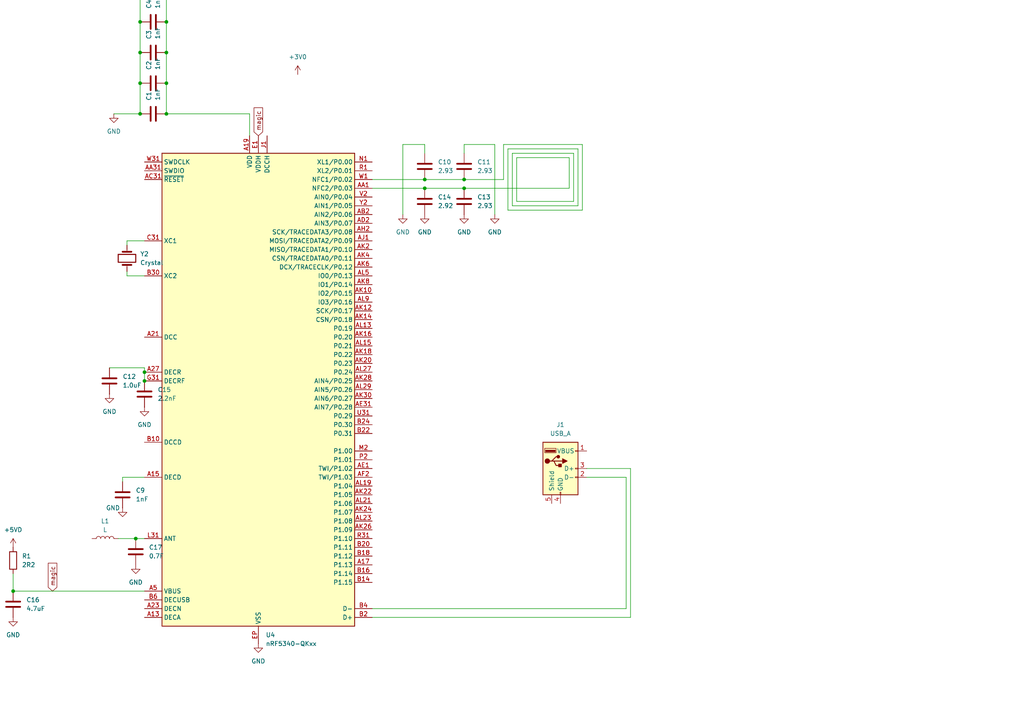
<source format=kicad_sch>
(kicad_sch (version 20250114) (generator "eeschema") (generator_version "9.0")
  (paper "A4")
  (lib_symbols
    (symbol "Connector:USB_A" (pin_names (offset 1.016))
      (property "Reference" "J" (at -5.08 11.43 0))
      (property "Value" "USB_A" (at -5.08 8.89 0))
      (symbol "USB_A_0_1"
        (rectangle (start -5.08 -7.62) (end 5.08 7.62) (stroke (width 0.254)) (fill (type background)))
        (circle (center -3.81 2.159) (radius 0.635) (stroke (width 0.254)) (fill (type outline)))
        (polyline (pts (xy -3.175 2.159) (xy -2.54 2.159) (xy -1.27 3.429) (xy -0.635 3.429)) (stroke (width 0.254)))
        (polyline (pts (xy -2.54 2.159) (xy -1.905 2.159) (xy -1.27 0.889) (xy 0 0.889)) (stroke (width 0.254)))
        (rectangle (start -1.524 4.826) (end -4.318 5.334) (fill (type outline)))
        (rectangle (start -1.27 4.572) (end -4.572 5.842))
        (circle (center -0.635 3.429) (radius 0.381) (stroke (width 0.254)) (fill (type outline)))
        (rectangle (start -0.127 -7.62) (end 0.127 -6.858))
        (rectangle (start 0.254 1.27) (end -0.508 0.508) (stroke (width 0.254)) (fill (type outline)))
        (polyline (pts (xy 0.635 2.794) (xy 0.635 1.524) (xy 1.905 2.159) (xy 0.635 2.794)) (stroke (width 0.254)) (fill (type outline)))
        (rectangle (start 5.08 4.953) (end 4.318 5.207))
        (rectangle (start 5.08 -0.127) (end 4.318 0.127))
        (rectangle (start 5.08 -2.667) (end 4.318 -2.413))
      )
      (symbol "USB_A_1_1"
        (polyline (pts (xy -1.905 2.159) (xy 0.635 2.159)) (stroke (width 0.254)))
        (pin passive line (at -2.54 -10.16 90) (length 2.54) (name "Shield") (number "5"))
        (pin power_in line (at 0 -10.16 90) (length 2.54) (name "GND") (number "4"))
        (pin power_in line (at 7.62 5.08 180) (length 2.54) (name "VBUS") (number "1"))
        (pin bidirectional line (at 7.62 0 180) (length 2.54) (name "D+") (number "3"))
        (pin bidirectional line (at 7.62 -2.54 180) (length 2.54) (name "D-") (number "2"))
      )
    )
    (symbol "Device:C" (pin_numbers (hide yes)) (pin_names (offset 0.254))
      (property "Reference" "C" (at 0.635 2.54 0))
      (property "Value" "C" (at 0.635 -2.54 0))
      (symbol "C_0_1"
        (polyline (pts (xy -2.032 0.762) (xy 2.032 0.762)) (stroke (width 0.508)))
        (polyline (pts (xy -2.032 -0.762) (xy 2.032 -0.762)) (stroke (width 0.508)))
      )
      (symbol "C_1_1"
        (pin passive line (at 0 3.81 270) (length 2.794) (name "~") (number "1"))
        (pin passive line (at 0 -3.81 90) (length 2.794) (name "~") (number "2"))
      )
    )
    (symbol "Device:Crystal" (pin_numbers (hide yes)) (pin_names (offset 1.016) (hide yes))
      (property "Reference" "Y" (at 0 3.81 0))
      (property "Value" "Crystal" (at 0 -3.81 0))
      (symbol "Crystal_0_1"
        (polyline (pts (xy -2.54 0) (xy -1.905 0)))
        (polyline (pts (xy -1.905 -1.27) (xy -1.905 1.27)) (stroke (width 0.508)))
        (rectangle (start -1.143 2.54) (end 1.143 -2.54) (stroke (width 0.3048)))
        (polyline (pts (xy 1.905 -1.27) (xy 1.905 1.27)) (stroke (width 0.508)))
        (polyline (pts (xy 2.54 0) (xy 1.905 0)))
      )
      (symbol "Crystal_1_1"
        (pin passive line (at -3.81 0 0) (length 1.27) (name "1") (number "1"))
        (pin passive line (at 3.81 0 180) (length 1.27) (name "2") (number "2"))
      )
    )
    (symbol "Device:L" (pin_numbers (hide yes)) (pin_names (offset 1.016) (hide yes))
      (property "Reference" "L" (at -1.27 0 90))
      (property "Value" "L" (at 1.905 0 90))
      (symbol "L_0_1"
        (arc (start 0 2.54) (mid 0.6323 1.905) (end 0 1.27))
        (arc (start 0 1.27) (mid 0.6323 0.635) (end 0 0))
        (arc (start 0 0) (mid 0.6323 -0.635) (end 0 -1.27))
        (arc (start 0 -1.27) (mid 0.6323 -1.905) (end 0 -2.54))
      )
      (symbol "L_1_1"
        (pin passive line (at 0 3.81 270) (length 1.27) (name "1") (number "1"))
        (pin passive line (at 0 -3.81 90) (length 1.27) (name "2") (number "2"))
      )
    )
    (symbol "Device:R" (pin_numbers (hide yes)) (pin_names (offset 0))
      (property "Reference" "R" (at 2.032 0 90))
      (property "Value" "R" (at 0 0 90))
      (symbol "R_0_1"
        (rectangle (start -1.016 -2.54) (end 1.016 2.54) (stroke (width 0.254)))
      )
      (symbol "R_1_1"
        (pin passive line (at 0 3.81 270) (length 1.27) (name "~") (number "1"))
        (pin passive line (at 0 -3.81 90) (length 1.27) (name "~") (number "2"))
      )
    )
    (symbol "MCU_Nordic:nRF5340-QKxx"
      (property "Reference" "U1" (at 2.0194 -72.39 0))
      (property "Value" "nRF5340-QKxx" (at 2.0194 -74.93 0))
      (symbol "nRF5340-QKxx_0_1"
        (rectangle (start -27.94 68.58) (end 27.94 -68.58) (stroke (width 0.254)) (fill (type background)))
      )
      (symbol "nRF5340-QKxx_1_1"
        (pin input line (at -33.02 66.04 0) (length 5.08) (name "SWDCLK") (number "W31"))
        (pin bidirectional line (at -33.02 63.5 0) (length 5.08) (name "SWDIO") (number "AA31"))
        (pin input line (at -33.02 60.96 0) (length 5.08) (name "~{RESET}") (number "AC31"))
        (pin input line (at -33.02 43.18 0) (length 5.08) (name "XC1") (number "C31"))
        (pin input line (at -33.02 33.02 0) (length 5.08) (name "XC2") (number "B30"))
        (pin power_out line (at -33.02 15.24 0) (length 5.08) (name "DCC") (number "A21"))
        (pin passive line (at -33.02 5.08 0) (length 5.08) (name "DECR") (number "A27"))
        (pin passive line (at -33.02 2.54 0) (length 5.08) (name "DECRF") (number "G31"))
        (pin power_out line (at -33.02 -15.24 0) (length 5.08) (name "DCCD") (number "B10"))
        (pin passive line (at -33.02 -25.4 0) (length 5.08) (name "DECD") (number "A15"))
        (pin passive line (at -33.02 -43.18 0) (length 5.08) (name "ANT") (number "L31"))
        (pin power_in line (at -33.02 -58.42 0) (length 5.08) (name "VBUS") (number "A5"))
        (pin passive line (at -33.02 -60.96 0) (length 5.08) (name "DECUSB") (number "B6"))
        (pin passive line (at -33.02 -63.5 0) (length 5.08) (name "DECN") (number "A23"))
        (pin passive line (at -33.02 -66.04 0) (length 5.08) (name "DECA") (number "A13"))
        (pin no_connect line (at -27.94 58.42 0) (length 5.08) (hide yes) (name "NC") (number "A25"))
        (pin no_connect line (at -27.94 55.88 0) (length 5.08) (hide yes) (name "NC") (number "B12"))
        (pin no_connect line (at -27.94 53.34 0) (length 5.08) (hide yes) (name "NC") (number "B26"))
        (pin no_connect line (at -27.94 50.8 0) (length 5.08) (hide yes) (name "NC") (number "D2"))
        (pin no_connect line (at -27.94 48.26 0) (length 5.08) (hide yes) (name "NC") (number "F2"))
        (pin no_connect line (at -27.94 45.72 0) (length 5.08) (hide yes) (name "NC") (number "G1"))
        (pin no_connect line (at -27.94 40.64 0) (length 5.08) (hide yes) (name "NC") (number "H2"))
        (pin no_connect line (at -27.94 38.1 0) (length 5.08) (hide yes) (name "NC") (number "J31"))
        (pin no_connect line (at -27.94 35.56 0) (length 5.08) (hide yes) (name "NC") (number "K2"))
        (pin no_connect line (at -27.94 30.48 0) (length 5.08) (hide yes) (name "NC") (number "T2"))
        (pin no_connect line (at -27.94 27.94 0) (length 5.08) (hide yes) (name "NC") (number "AG31"))
        (pin power_in line (at -2.54 73.66 270) (length 5.08) (name "VDD") (number "A19"))
        (pin passive line (at -2.54 73.66 270) (length 5.08) (hide yes) (name "VDD") (number "AC1"))
        (pin passive line (at -2.54 73.66 270) (length 5.08) (hide yes) (name "VDD") (number "AG1"))
        (pin passive line (at -2.54 73.66 270) (length 5.08) (hide yes) (name "VDD") (number "AJ31"))
        (pin passive line (at -2.54 73.66 270) (length 5.08) (hide yes) (name "VDD") (number "AL11"))
        (pin passive line (at -2.54 73.66 270) (length 5.08) (hide yes) (name "VDD") (number "AL17"))
        (pin passive line (at -2.54 73.66 270) (length 5.08) (hide yes) (name "VDD") (number "AL25"))
        (pin passive line (at -2.54 73.66 270) (length 5.08) (hide yes) (name "VDD") (number "AL3"))
        (pin passive line (at -2.54 73.66 270) (length 5.08) (hide yes) (name "VDD") (number "AL7"))
        (pin passive line (at -2.54 73.66 270) (length 5.08) (hide yes) (name "VDD") (number "B28"))
        (pin passive line (at -2.54 73.66 270) (length 5.08) (hide yes) (name "VDD") (number "B8"))
        (pin passive line (at -2.54 73.66 270) (length 5.08) (hide yes) (name "VDD") (number "C1"))
        (pin passive line (at -2.54 73.66 270) (length 5.08) (hide yes) (name "VDD") (number "E31"))
        (pin passive line (at -2.54 73.66 270) (length 5.08) (hide yes) (name "VDD") (number "L1"))
        (pin passive line (at -2.54 73.66 270) (length 5.08) (hide yes) (name "VDD") (number "N31"))
        (pin passive line (at -2.54 73.66 270) (length 5.08) (hide yes) (name "VDD") (number "U1"))
        (pin power_in line (at 0 73.66 270) (length 5.08) (name "VDDH") (number "E1"))
        (pin power_in line (at 0 -73.66 90) (length 5.08) (name "VSS") (number "EP"))
        (pin passive line (at 2.54 73.66 270) (length 5.08) (name "DCCH") (number "J1"))
        (pin bidirectional line (at 33.02 66.04 180) (length 5.08) (name "XL1/P0.00") (number "N1"))
        (pin bidirectional line (at 33.02 63.5 180) (length 5.08) (name "XL2/P0.01") (number "R1"))
        (pin bidirectional line (at 33.02 60.96 180) (length 5.08) (name "NFC1/P0.02") (number "W1"))
        (pin bidirectional line (at 33.02 58.42 180) (length 5.08) (name "NFC2/P0.03") (number "AA1"))
        (pin bidirectional line (at 33.02 55.88 180) (length 5.08) (name "AIN0/P0.04") (number "V2"))
        (pin bidirectional line (at 33.02 53.34 180) (length 5.08) (name "AIN1/P0.05") (number "Y2"))
        (pin bidirectional line (at 33.02 50.8 180) (length 5.08) (name "AIN2/P0.06") (number "AB2"))
        (pin bidirectional line (at 33.02 48.26 180) (length 5.08) (name "AIN3/P0.07") (number "AD2"))
        (pin bidirectional line (at 33.02 45.72 180) (length 5.08) (name "SCK/TRACEDATA3/P0.08") (number "AH2"))
        (pin bidirectional line (at 33.02 43.18 180) (length 5.08) (name "MOSI/TRACEDATA2/P0.09") (number "AJ1"))
        (pin bidirectional line (at 33.02 40.64 180) (length 5.08) (name "MISO/TRACEDATA1/P0.10") (number "AK2"))
        (pin bidirectional line (at 33.02 38.1 180) (length 5.08) (name "CSN/TRACEDATA0/P0.11") (number "AK4"))
        (pin bidirectional line (at 33.02 35.56 180) (length 5.08) (name "DCX/TRACECLK/P0.12") (number "AK6"))
        (pin bidirectional line (at 33.02 33.02 180) (length 5.08) (name "IO0/P0.13") (number "AL5"))
        (pin bidirectional line (at 33.02 30.48 180) (length 5.08) (name "IO1/P0.14") (number "AK8"))
        (pin bidirectional line (at 33.02 27.94 180) (length 5.08) (name "IO2/P0.15") (number "AK10"))
        (pin bidirectional line (at 33.02 25.4 180) (length 5.08) (name "IO3/P0.16") (number "AL9"))
        (pin bidirectional line (at 33.02 22.86 180) (length 5.08) (name "SCK/P0.17") (number "AK12"))
        (pin bidirectional line (at 33.02 20.32 180) (length 5.08) (name "CSN/P0.18") (number "AK14"))
        (pin bidirectional line (at 33.02 17.78 180) (length 5.08) (name "P0.19") (number "AL13"))
        (pin bidirectional line (at 33.02 15.24 180) (length 5.08) (name "P0.20") (number "AK16"))
        (pin bidirectional line (at 33.02 12.7 180) (length 5.08) (name "P0.21") (number "AL15"))
        (pin bidirectional line (at 33.02 10.16 180) (length 5.08) (name "P0.22") (number "AK18"))
        (pin bidirectional line (at 33.02 7.62 180) (length 5.08) (name "P0.23") (number "AK20"))
        (pin bidirectional line (at 33.02 5.08 180) (length 5.08) (name "P0.24") (number "AL27"))
        (pin bidirectional line (at 33.02 2.54 180) (length 5.08) (name "AIN4/P0.25") (number "AK28"))
        (pin bidirectional line (at 33.02 0 180) (length 5.08) (name "AIN5/P0.26") (number "AL29"))
        (pin bidirectional line (at 33.02 -2.54 180) (length 5.08) (name "AIN6/P0.27") (number "AK30"))
        (pin bidirectional line (at 33.02 -5.08 180) (length 5.08) (name "AIN7/P0.28") (number "AE31"))
        (pin bidirectional line (at 33.02 -7.62 180) (length 5.08) (name "P0.29") (number "U31"))
        (pin bidirectional line (at 33.02 -10.16 180) (length 5.08) (name "P0.30") (number "B24"))
        (pin bidirectional line (at 33.02 -12.7 180) (length 5.08) (name "P0.31") (number "B22"))
        (pin bidirectional line (at 33.02 -17.78 180) (length 5.08) (name "P1.00") (number "M2"))
        (pin bidirectional line (at 33.02 -20.32 180) (length 5.08) (name "P1.01") (number "P2"))
        (pin bidirectional line (at 33.02 -22.86 180) (length 5.08) (name "TWI/P1.02") (number "AE1"))
        (pin bidirectional line (at 33.02 -25.4 180) (length 5.08) (name "TWI/P1.03") (number "AF2"))
        (pin bidirectional line (at 33.02 -27.94 180) (length 5.08) (name "P1.04") (number "AL19"))
        (pin bidirectional line (at 33.02 -30.48 180) (length 5.08) (name "P1.05") (number "AK22"))
        (pin bidirectional line (at 33.02 -33.02 180) (length 5.08) (name "P1.06") (number "AL21"))
        (pin bidirectional line (at 33.02 -35.56 180) (length 5.08) (name "P1.07") (number "AK24"))
        (pin bidirectional line (at 33.02 -38.1 180) (length 5.08) (name "P1.08") (number "AL23"))
        (pin bidirectional line (at 33.02 -40.64 180) (length 5.08) (name "P1.09") (number "AK26"))
        (pin bidirectional line (at 33.02 -43.18 180) (length 5.08) (name "P1.10") (number "R31"))
        (pin bidirectional line (at 33.02 -45.72 180) (length 5.08) (name "P1.11") (number "B20"))
        (pin bidirectional line (at 33.02 -48.26 180) (length 5.08) (name "P1.12") (number "B18"))
        (pin bidirectional line (at 33.02 -50.8 180) (length 5.08) (name "P1.13") (number "A17"))
        (pin bidirectional line (at 33.02 -53.34 180) (length 5.08) (name "P1.14") (number "B16"))
        (pin bidirectional line (at 33.02 -55.88 180) (length 5.08) (name "P1.15") (number "B14"))
        (pin bidirectional line (at 33.02 -63.5 180) (length 5.08) (name "D-") (number "B4"))
        (pin bidirectional line (at 33.02 -66.04 180) (length 5.08) (name "D+") (number "B2"))
      )
    )
    (symbol "power:+3V0" (power) (pin_numbers (hide yes)) (pin_names (offset 0) (hide yes))
      (property "Value" "+3V0" (at 0 3.556 0))
      (symbol "+3V0_0_1"
        (polyline (pts (xy -0.762 1.27) (xy 0 2.54)))
        (polyline (pts (xy 0 2.54) (xy 0.762 1.27)))
        (polyline (pts (xy 0 0) (xy 0 2.54)))
      )
      (symbol "+3V0_1_1"
        (pin power_in line (at 0 0 90) (length 0) (name "~") (number "1"))
      )
    )
    (symbol "power:+5VD" (power) (pin_numbers (hide yes)) (pin_names (offset 0) (hide yes))
      (property "Value" "+5VD" (at 0 3.556 0))
      (symbol "+5VD_0_1"
        (polyline (pts (xy -0.762 1.27) (xy 0 2.54)))
        (polyline (pts (xy 0 2.54) (xy 0.762 1.27)))
        (polyline (pts (xy 0 0) (xy 0 2.54)))
      )
      (symbol "+5VD_1_1"
        (pin power_in line (at 0 0 90) (length 0) (name "~") (number "1"))
      )
    )
    (symbol "power:GND" (power) (pin_numbers (hide yes)) (pin_names (offset 0) (hide yes))
      (property "Value" "GND" (at 0 -3.81 0))
      (symbol "GND_0_1"
        (polyline (pts (xy 0 0) (xy 0 -1.27) (xy 1.27 -1.27) (xy 0 -2.54) (xy -1.27 -1.27) (xy 0 -1.27)))
      )
      (symbol "GND_1_1"
        (pin power_in line (at 0 0 270) (length 0) (name "~") (number "1"))
      )
    )
    (symbol "power:VDD" (power) (pin_numbers (hide yes)) (pin_names (offset 0) (hide yes))
      (property "Value" "VDD" (at 0 3.556 0))
      (symbol "VDD_0_1"
        (polyline (pts (xy -0.762 1.27) (xy 0 2.54)))
        (polyline (pts (xy 0 2.54) (xy 0.762 1.27)))
        (polyline (pts (xy 0 0) (xy 0 2.54)))
      )
      (symbol "VDD_1_1"
        (pin power_in line (at 0 0 90) (length 0) (name "~") (number "1"))
      )
    )
  )
  (junction (at 40.64 -3.81))
  (junction (at 48.26 24.13))
  (junction (at 123.19 54.61))
  (junction (at 48.26 -31.75))
  (junction (at 41.91 107.95))
  (junction (at 48.26 15.24))
  (junction (at 134.62 54.61))
  (junction (at 48.26 33.02))
  (junction (at 40.64 -24.13))
  (junction (at 40.64 24.13))
  (junction (at 39.37 156.21))
  (junction (at 41.91 110.49))
  (junction (at 48.26 6.35))
  (junction (at 3.81 171.45))
  (junction (at 134.62 52.07))
  (junction (at 48.26 -13.97))
  (junction (at 48.26 -3.81))
  (junction (at 40.64 -13.97))
  (junction (at 40.64 15.24))
  (junction (at 40.64 6.35))
  (junction (at 40.64 33.02))
  (junction (at 123.19 52.07))
  (junction (at 48.26 -24.13))
  (wire (pts (xy 123.19 41.91) (xy 116.84 41.91)))
  (wire (pts (xy 41.91 106.68) (xy 41.91 107.95)))
  (wire (pts (xy 147.32 60.96) (xy 147.32 43.18)))
  (wire (pts (xy 36.83 80.01) (xy 41.91 80.01)))
  (wire (pts (xy 146.05 52.07) (xy 146.05 41.91)))
  (wire (pts (xy 35.56 138.43) (xy 35.56 139.7)))
  (wire (pts (xy 34.29 156.21) (xy 39.37 156.21)))
  (wire (pts (xy 148.59 44.45) (xy 166.37 44.45)))
  (wire (pts (xy 41.91 69.85) (xy 36.83 69.85)))
  (wire (pts (xy 167.64 59.69) (xy 148.59 59.69)))
  (wire (pts (xy 146.05 41.91) (xy 168.91 41.91)))
  (wire (pts (xy 48.26 -31.75) (xy 48.26 -24.13)))
  (wire (pts (xy 166.37 58.42) (xy 149.86 58.42)))
  (wire (pts (xy 170.18 138.43) (xy 181.61 138.43)))
  (wire (pts (xy 41.91 138.43) (xy 35.56 138.43)))
  (wire (pts (xy 107.95 179.07) (xy 182.88 179.07)))
  (wire (pts (xy 123.19 54.61) (xy 107.95 54.61)))
  (wire (pts (xy 134.62 44.45) (xy 134.62 41.91)))
  (wire (pts (xy 123.19 44.45) (xy 123.19 41.91)))
  (wire (pts (xy 165.1 45.72) (xy 165.1 54.61)))
  (wire (pts (xy 168.91 60.96) (xy 147.32 60.96)))
  (wire (pts (xy 48.26 6.35) (xy 48.26 15.24)))
  (wire (pts (xy 107.95 52.07) (xy 123.19 52.07)))
  (wire (pts (xy 72.39 33.02) (xy 72.39 39.37)))
  (wire (pts (xy 134.62 52.07) (xy 146.05 52.07)))
  (wire (pts (xy 167.64 43.18) (xy 167.64 59.69)))
  (wire (pts (xy 40.64 -3.81) (xy 40.64 6.35)))
  (wire (pts (xy 165.1 54.61) (xy 134.62 54.61)))
  (wire (pts (xy 40.64 -31.75) (xy 40.64 -24.13)))
  (wire (pts (xy 31.75 106.68) (xy 41.91 106.68)))
  (wire (pts (xy 3.81 166.37) (xy 3.81 171.45)))
  (wire (pts (xy 36.83 69.85) (xy 36.83 71.12)))
  (wire (pts (xy 148.59 59.69) (xy 148.59 44.45)))
  (wire (pts (xy 181.61 138.43) (xy 181.61 176.53)))
  (wire (pts (xy 48.26 -13.97) (xy 48.26 -3.81)))
  (wire (pts (xy 149.86 58.42) (xy 149.86 45.72)))
  (wire (pts (xy 116.84 41.91) (xy 116.84 62.23)))
  (wire (pts (xy 149.86 45.72) (xy 165.1 45.72)))
  (wire (pts (xy 143.51 41.91) (xy 143.51 62.23)))
  (wire (pts (xy 36.83 78.74) (xy 36.83 80.01)))
  (wire (pts (xy 147.32 43.18) (xy 167.64 43.18)))
  (wire (pts (xy 181.61 176.53) (xy 107.95 176.53)))
  (wire (pts (xy 40.64 24.13) (xy 40.64 33.02)))
  (wire (pts (xy 3.81 171.45) (xy 41.91 171.45)))
  (wire (pts (xy 166.37 44.45) (xy 166.37 58.42)))
  (wire (pts (xy 41.91 107.95) (xy 41.91 110.49)))
  (wire (pts (xy 40.64 6.35) (xy 40.64 15.24)))
  (wire (pts (xy 48.26 15.24) (xy 48.26 24.13)))
  (wire (pts (xy 48.26 -3.81) (xy 48.26 6.35)))
  (wire (pts (xy 33.02 33.02) (xy 40.64 33.02)))
  (wire (pts (xy 40.64 -24.13) (xy 40.64 -13.97)))
  (wire (pts (xy 134.62 54.61) (xy 123.19 54.61)))
  (wire (pts (xy 48.26 -24.13) (xy 48.26 -13.97)))
  (wire (pts (xy 182.88 179.07) (xy 182.88 135.89)))
  (wire (pts (xy 39.37 156.21) (xy 41.91 156.21)))
  (wire (pts (xy 182.88 135.89) (xy 170.18 135.89)))
  (wire (pts (xy 168.91 41.91) (xy 168.91 60.96)))
  (wire (pts (xy 40.64 15.24) (xy 40.64 24.13)))
  (wire (pts (xy 123.19 52.07) (xy 134.62 52.07)))
  (wire (pts (xy 48.26 33.02) (xy 72.39 33.02)))
  (wire (pts (xy 48.26 24.13) (xy 48.26 33.02)))
  (wire (pts (xy 40.64 -13.97) (xy 40.64 -3.81)))
  (wire (pts (xy 134.62 41.91) (xy 143.51 41.91)))
  (global_label "magic" (shape input) (at 74.93 39.37 90) (property "Intersheetrefs" "${INTERSHEET_REFS}" (effects (hide yes))))
  (global_label "magic" (shape input) (at 15.24 171.45 90) (property "Intersheetrefs" "${INTERSHEET_REFS}" (effects (hide yes))))
  (symbol (lib_id "power:+3V0") (at 48.26 -86.36 0) (unit 1)
    (property "Reference" "#PWR04" (effects (hide yes)))
    (property "Value" "+3V0" (at 48.26 -91.44 0))
    (property "Description" "Power symbol creates a global label with name \"+3V0\"" (effects (hide yes)))
  )
  (symbol (lib_id "power:+3V0") (at 86.36 21.59 0) (unit 1)
    (property "Reference" "#PWR05" (effects (hide yes)))
    (property "Value" "+3V0" (at 86.36 16.51 0))
    (property "Description" "Power symbol creates a global label with name \"+3V0\"" (effects (hide yes)))
  )
  (symbol (lib_id "Device:C") (at 39.37 160.02 0) (unit 1)
    (property "Reference" "C17" (at 43.18 158.7499 0) (effects (justify left)))
    (property "Value" "0.7F" (at 43.18 161.2899 0) (effects (justify left)))
    (property "Description" "Unpolarized capacitor" (effects (hide yes)))
  )
  (symbol (lib_id "power:GND") (at 35.56 147.32 0) (unit 1)
    (property "Reference" "#PWR013" (effects (hide yes)))
    (property "Value" "GND" (at 32.766 147.32 0))
    (property "Description" "Power symbol creates a global label with name \"GND\" , ground" (effects (hide yes)))
  )
  (symbol (lib_id "Device:Crystal") (at 36.83 74.93 90) (unit 1)
    (property "Reference" "Y2" (at 40.64 73.6599 90) (effects (justify right)))
    (property "Value" "Crystal" (at 40.64 76.1999 90) (effects (justify right)))
    (property "Description" "Two pin crystal" (effects (hide yes)))
  )
  (symbol (lib_id "power:GND") (at 41.91 118.11 0) (unit 1)
    (property "Reference" "#PWR012" (effects (hide yes)))
    (property "Value" "GND" (at 41.91 123.19 0))
    (property "Description" "Power symbol creates a global label with name \"GND\" , ground" (effects (hide yes)))
  )
  (symbol (lib_id "power:GND") (at 33.02 33.02 0) (unit 1)
    (property "Reference" "#PWR02" (effects (hide yes)))
    (property "Value" "GND" (at 33.02 38.1 0))
    (property "Description" "Power symbol creates a global label with name \"GND\" , ground" (effects (hide yes)))
  )
  (symbol (lib_id "Device:C") (at 44.45 6.35 90) (unit 1)
    (property "Reference" "C4" (at 43.1799 2.54 0) (effects (justify left)))
    (property "Value" "1nF" (at 45.7199 2.54 0) (effects (justify left)))
    (property "Description" "Unpolarized capacitor" (effects (hide yes)))
  )
  (symbol (lib_id "Device:C") (at 44.45 -13.97 90) (unit 1)
    (property "Reference" "C6" (at 43.1799 -17.78 0) (effects (justify left)))
    (property "Value" "1nF" (at 45.7199 -17.78 0) (effects (justify left)))
    (property "Description" "Unpolarized capacitor" (effects (hide yes)))
  )
  (symbol (lib_id "Device:C") (at 35.56 143.51 180) (unit 1)
    (property "Reference" "C9" (at 39.37 142.2399 0) (effects (justify right)))
    (property "Value" "1nF" (at 39.37 144.7799 0) (effects (justify right)))
    (property "Description" "Unpolarized capacitor" (effects (hide yes)))
  )
  (symbol (lib_id "power:GND") (at 116.84 62.23 0) (unit 1)
    (property "Reference" "#PWR010" (effects (hide yes)))
    (property "Value" "GND" (at 116.84 67.31 0))
    (property "Description" "Power symbol creates a global label with name \"GND\" , ground" (effects (hide yes)))
  )
  (symbol (lib_id "Device:C") (at 41.91 114.3 0) (unit 1)
    (property "Reference" "C15" (at 45.72 113.0299 0) (effects (justify left)))
    (property "Value" "2.2nF" (at 45.72 115.5699 0) (effects (justify left)))
    (property "Description" "Unpolarized capacitor" (effects (hide yes)))
  )
  (symbol (lib_id "Device:C") (at 44.45 -3.81 90) (unit 1)
    (property "Reference" "C5" (at 43.1799 -7.62 0) (effects (justify left)))
    (property "Value" "1nF" (at 45.7199 -7.62 0) (effects (justify left)))
    (property "Description" "Unpolarized capacitor" (effects (hide yes)))
  )
  (symbol (lib_id "power:GND") (at 134.62 62.23 0) (unit 1)
    (property "Reference" "#PWR08" (effects (hide yes)))
    (property "Value" "GND" (at 134.62 67.31 0))
    (property "Description" "Power symbol creates a global label with name \"GND\" , ground" (effects (hide yes)))
  )
  (symbol (lib_id "Connector:USB_A") (at 162.56 135.89 0) (unit 1)
    (property "Reference" "J1" (at 162.56 123.19 0))
    (property "Value" "USB_A" (at 162.56 125.73 0))
    (property "Description" "USB Type A connector" (effects (hide yes)))
  )
  (symbol (lib_id "Device:C") (at 134.62 58.42 0) (unit 1)
    (property "Reference" "C13" (at 138.43 57.1499 0) (effects (justify left)))
    (property "Value" "2.93" (at 138.43 59.6899 0) (effects (justify left)))
    (property "Description" "Unpolarized capacitor" (effects (hide yes)))
  )
  (symbol (lib_id "power:GND") (at 39.37 163.83 0) (unit 1)
    (property "Reference" "#PWR015" (effects (hide yes)))
    (property "Value" "GND" (at 39.37 168.91 0))
    (property "Description" "Power symbol creates a global label with name \"GND\" , ground" (effects (hide yes)))
  )
  (symbol (lib_id "Device:C") (at 44.45 33.02 90) (unit 1)
    (property "Reference" "C1" (at 43.1799 29.21 0) (effects (justify left)))
    (property "Value" "1nF" (at 45.7199 29.21 0) (effects (justify left)))
    (property "Description" "Unpolarized capacitor" (effects (hide yes)))
  )
  (symbol (lib_id "Device:C") (at 123.19 58.42 0) (unit 1)
    (property "Reference" "C14" (at 127 57.1499 0) (effects (justify left)))
    (property "Value" "2.92" (at 127 59.6899 0) (effects (justify left)))
    (property "Description" "Unpolarized capacitor" (effects (hide yes)))
  )
  (symbol (lib_id "Device:R") (at 3.81 162.56 0) (unit 1)
    (property "Reference" "R1" (at 6.35 161.2899 0) (effects (justify left)))
    (property "Value" "2R2" (at 6.35 163.8299 0) (effects (justify left)))
    (property "Description" "Resistor" (effects (hide yes)))
  )
  (symbol (lib_id "Device:C") (at 134.62 48.26 0) (unit 1)
    (property "Reference" "C11" (at 138.43 46.9899 0) (effects (justify left)))
    (property "Value" "2.93" (at 138.43 49.5299 0) (effects (justify left)))
    (property "Description" "Unpolarized capacitor" (effects (hide yes)))
  )
  (symbol (lib_id "Device:C") (at 123.19 48.26 0) (unit 1)
    (property "Reference" "C10" (at 127 46.9899 0) (effects (justify left)))
    (property "Value" "2.93" (at 127 49.5299 0) (effects (justify left)))
    (property "Description" "Unpolarized capacitor" (effects (hide yes)))
  )
  (symbol (lib_id "MCU_Nordic:nRF5340-QKxx") (at 74.93 113.03 0) (unit 1)
    (property "Reference" "U4" (at 77.0733 184.15 0) (effects (justify left)))
    (property "Value" "nRF5340-QKxx" (at 77.0733 186.69 0) (effects (justify left)))
    (property "Footprint" "Package_DFN_QFN:Nordic_AQFN-94-1EP_7x7mm_P0.4mm" (effects (hide yes)))
    (property "Datasheet" "https://infocenter.nordicsemi.com/pdf/nRF5340_PS_v1.2.pdf" (effects (hide yes)))
    (property "Description" "nRF5340, BLE, NFC, Thread, Zigbee, ARM M33 SoC, Dual Core, AQFN-94" (effects (hide yes)))
  )
  (symbol (lib_id "power:GND") (at 31.75 114.3 0) (unit 1)
    (property "Reference" "#PWR011" (effects (hide yes)))
    (property "Value" "GND" (at 31.75 119.38 0))
    (property "Description" "Power symbol creates a global label with name \"GND\" , ground" (effects (hide yes)))
  )
  (symbol (lib_id "power:+5VD") (at 3.81 158.75 0) (unit 1)
    (property "Reference" "#PWR03" (effects (hide yes)))
    (property "Value" "+5VD" (at 3.81 153.67 0))
    (property "Description" "Power symbol creates a global label with name \"+5VD\"" (effects (hide yes)))
  )
  (symbol (lib_id "power:VDD") (at 48.26 -31.75 0) (unit 1)
    (property "Reference" "#PWR014" (effects (hide yes)))
    (property "Value" "VDD" (at 48.26 -35.56 0))
    (property "Description" "Power symbol creates a global label with name \"VDD\"" (effects (hide yes)))
  )
  (symbol (lib_id "Device:C") (at 31.75 110.49 0) (unit 1)
    (property "Reference" "C12" (at 35.56 109.2199 0) (effects (justify left)))
    (property "Value" "1.0uF" (at 35.56 111.7599 0) (effects (justify left)))
    (property "Description" "Unpolarized capacitor" (effects (hide yes)))
  )
  (symbol (lib_id "power:GND") (at 123.19 62.23 0) (unit 1)
    (property "Reference" "#PWR07" (effects (hide yes)))
    (property "Value" "GND" (at 123.19 67.31 0))
    (property "Description" "Power symbol creates a global label with name \"GND\" , ground" (effects (hide yes)))
  )
  (symbol (lib_id "Device:C") (at 44.45 -24.13 90) (unit 1)
    (property "Reference" "C7" (at 43.1799 -27.94 0) (effects (justify left)))
    (property "Value" "1nF" (at 45.7199 -27.94 0) (effects (justify left)))
    (property "Description" "Unpolarized capacitor" (effects (hide yes)))
  )
  (symbol (lib_id "Device:C") (at 3.81 175.26 180) (unit 1)
    (property "Reference" "C16" (at 7.62 173.9899 0) (effects (justify right)))
    (property "Value" "4.7uF" (at 7.62 176.5299 0) (effects (justify right)))
    (property "Description" "Unpolarized capacitor" (effects (hide yes)))
  )
  (symbol (lib_id "Device:C") (at 44.45 24.13 90) (unit 1)
    (property "Reference" "C2" (at 43.1799 20.32 0) (effects (justify left)))
    (property "Value" "1nF" (at 45.7199 20.32 0) (effects (justify left)))
    (property "Description" "Unpolarized capacitor" (effects (hide yes)))
  )
  (symbol (lib_id "Device:C") (at 44.45 15.24 90) (unit 1)
    (property "Reference" "C3" (at 43.1799 11.43 0) (effects (justify left)))
    (property "Value" "1nF" (at 45.7199 11.43 0) (effects (justify left)))
    (property "Description" "Unpolarized capacitor" (effects (hide yes)))
  )
  (symbol (lib_id "power:GND") (at 74.93 186.69 0) (unit 1)
    (property "Reference" "#PWR01" (effects (hide yes)))
    (property "Value" "GND" (at 74.93 191.77 0))
    (property "Description" "Power symbol creates a global label with name \"GND\" , ground" (effects (hide yes)))
  )
  (symbol (lib_id "Device:L") (at 30.48 156.21 90) (unit 1)
    (property "Reference" "L1" (at 30.48 151.13 90))
    (property "Value" "L" (at 30.48 153.67 90))
    (property "Description" "Inductor" (effects (hide yes)))
  )
  (symbol (lib_id "power:GND") (at 3.81 179.07 0) (unit 1)
    (property "Reference" "#PWR06" (effects (hide yes)))
    (property "Value" "GND" (at 3.81 184.15 0))
    (property "Description" "Power symbol creates a global label with name \"GND\" , ground" (effects (hide yes)))
  )
  (symbol (lib_id "power:GND") (at 143.51 62.23 0) (unit 1)
    (property "Reference" "#PWR09" (effects (hide yes)))
    (property "Value" "GND" (at 143.51 67.31 0))
    (property "Description" "Power symbol creates a global label with name \"GND\" , ground" (effects (hide yes)))
  )
  (symbol (lib_id "Device:C") (at 44.45 -31.75 90) (unit 1)
    (property "Reference" "C8" (at 43.1799 -35.56 0) (effects (justify left)))
    (property "Value" "1nF" (at 45.7199 -35.56 0) (effects (justify left)))
    (property "Description" "Unpolarized capacitor" (effects (hide yes)))
  )
)
</source>
